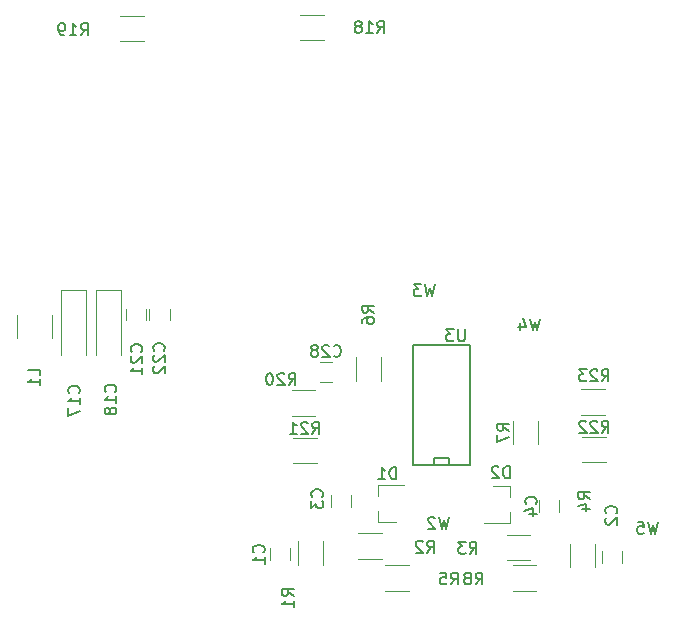
<source format=gbo>
G04 #@! TF.FileFunction,Legend,Bot*
%FSLAX46Y46*%
G04 Gerber Fmt 4.6, Leading zero omitted, Abs format (unit mm)*
G04 Created by KiCad (PCBNEW 4.0.5) date 05/02/17 17:06:41*
%MOMM*%
%LPD*%
G01*
G04 APERTURE LIST*
%ADD10C,0.100000*%
%ADD11C,0.120000*%
%ADD12C,0.150000*%
G04 APERTURE END LIST*
D10*
D11*
X71650000Y-92500000D02*
X71650000Y-91500000D01*
X73350000Y-91500000D02*
X73350000Y-92500000D01*
X99750000Y-92700000D02*
X99750000Y-91700000D01*
X101450000Y-91700000D02*
X101450000Y-92700000D01*
X53950000Y-69600000D02*
X53950000Y-75100000D01*
X56050000Y-69600000D02*
X56050000Y-75100000D01*
X53950000Y-69600000D02*
X56050000Y-69600000D01*
X56950000Y-69600000D02*
X56950000Y-75100000D01*
X59050000Y-69600000D02*
X59050000Y-75100000D01*
X56950000Y-69600000D02*
X59050000Y-69600000D01*
X59450000Y-72200000D02*
X59450000Y-71200000D01*
X61150000Y-71200000D02*
X61150000Y-72200000D01*
X63150000Y-71200000D02*
X63150000Y-72200000D01*
X61450000Y-72200000D02*
X61450000Y-71200000D01*
X75900000Y-75750000D02*
X76900000Y-75750000D01*
X76900000Y-77450000D02*
X75900000Y-77450000D01*
X80840000Y-89280000D02*
X80840000Y-88350000D01*
X80840000Y-86120000D02*
X80840000Y-87050000D01*
X80840000Y-86120000D02*
X83000000Y-86120000D01*
X80840000Y-89280000D02*
X82300000Y-89280000D01*
X91960000Y-86220000D02*
X91960000Y-87150000D01*
X91960000Y-89380000D02*
X91960000Y-88450000D01*
X91960000Y-89380000D02*
X89800000Y-89380000D01*
X91960000Y-86220000D02*
X90500000Y-86220000D01*
X74030000Y-90900000D02*
X74030000Y-92900000D01*
X76170000Y-92900000D02*
X76170000Y-90900000D01*
X79100000Y-92370000D02*
X81100000Y-92370000D01*
X81100000Y-90230000D02*
X79100000Y-90230000D01*
X93700000Y-90330000D02*
X91700000Y-90330000D01*
X91700000Y-92470000D02*
X93700000Y-92470000D01*
X97030000Y-91100000D02*
X97030000Y-93100000D01*
X99170000Y-93100000D02*
X99170000Y-91100000D01*
X83400000Y-92930000D02*
X81400000Y-92930000D01*
X81400000Y-95070000D02*
X83400000Y-95070000D01*
X81070000Y-77300000D02*
X81070000Y-75300000D01*
X78930000Y-75300000D02*
X78930000Y-77300000D01*
X94370000Y-82700000D02*
X94370000Y-80700000D01*
X92230000Y-80700000D02*
X92230000Y-82700000D01*
X76200000Y-46330000D02*
X74200000Y-46330000D01*
X74200000Y-48470000D02*
X76200000Y-48470000D01*
X59000000Y-48570000D02*
X61000000Y-48570000D01*
X61000000Y-46430000D02*
X59000000Y-46430000D01*
D12*
X88586000Y-74320000D02*
X83760000Y-74320000D01*
X83760000Y-74320000D02*
X83760000Y-84480000D01*
X83760000Y-84480000D02*
X88586000Y-84480000D01*
X88586000Y-84480000D02*
X88586000Y-74320000D01*
X86808000Y-84480000D02*
X86808000Y-83845000D01*
X86808000Y-83845000D02*
X85538000Y-83845000D01*
X85538000Y-83845000D02*
X85538000Y-84480000D01*
D11*
X92200000Y-95070000D02*
X94200000Y-95070000D01*
X94200000Y-92930000D02*
X92200000Y-92930000D01*
X78550000Y-87000000D02*
X78550000Y-88000000D01*
X76850000Y-88000000D02*
X76850000Y-87000000D01*
X94450000Y-88400000D02*
X94450000Y-87400000D01*
X96150000Y-87400000D02*
X96150000Y-88400000D01*
X75500000Y-78130000D02*
X73500000Y-78130000D01*
X73500000Y-80270000D02*
X75500000Y-80270000D01*
X73600000Y-84270000D02*
X75600000Y-84270000D01*
X75600000Y-82130000D02*
X73600000Y-82130000D01*
X98100000Y-84170000D02*
X100100000Y-84170000D01*
X100100000Y-82030000D02*
X98100000Y-82030000D01*
X100000000Y-78030000D02*
X98000000Y-78030000D01*
X98000000Y-80170000D02*
X100000000Y-80170000D01*
X50220000Y-73700000D02*
X50220000Y-71700000D01*
X53180000Y-71700000D02*
X53180000Y-73700000D01*
D12*
X71107143Y-91833334D02*
X71154762Y-91785715D01*
X71202381Y-91642858D01*
X71202381Y-91547620D01*
X71154762Y-91404762D01*
X71059524Y-91309524D01*
X70964286Y-91261905D01*
X70773810Y-91214286D01*
X70630952Y-91214286D01*
X70440476Y-91261905D01*
X70345238Y-91309524D01*
X70250000Y-91404762D01*
X70202381Y-91547620D01*
X70202381Y-91642858D01*
X70250000Y-91785715D01*
X70297619Y-91833334D01*
X71202381Y-92785715D02*
X71202381Y-92214286D01*
X71202381Y-92500000D02*
X70202381Y-92500000D01*
X70345238Y-92404762D01*
X70440476Y-92309524D01*
X70488095Y-92214286D01*
X100957143Y-88533334D02*
X101004762Y-88485715D01*
X101052381Y-88342858D01*
X101052381Y-88247620D01*
X101004762Y-88104762D01*
X100909524Y-88009524D01*
X100814286Y-87961905D01*
X100623810Y-87914286D01*
X100480952Y-87914286D01*
X100290476Y-87961905D01*
X100195238Y-88009524D01*
X100100000Y-88104762D01*
X100052381Y-88247620D01*
X100052381Y-88342858D01*
X100100000Y-88485715D01*
X100147619Y-88533334D01*
X100147619Y-88914286D02*
X100100000Y-88961905D01*
X100052381Y-89057143D01*
X100052381Y-89295239D01*
X100100000Y-89390477D01*
X100147619Y-89438096D01*
X100242857Y-89485715D01*
X100338095Y-89485715D01*
X100480952Y-89438096D01*
X101052381Y-88866667D01*
X101052381Y-89485715D01*
X55457143Y-78357143D02*
X55504762Y-78309524D01*
X55552381Y-78166667D01*
X55552381Y-78071429D01*
X55504762Y-77928571D01*
X55409524Y-77833333D01*
X55314286Y-77785714D01*
X55123810Y-77738095D01*
X54980952Y-77738095D01*
X54790476Y-77785714D01*
X54695238Y-77833333D01*
X54600000Y-77928571D01*
X54552381Y-78071429D01*
X54552381Y-78166667D01*
X54600000Y-78309524D01*
X54647619Y-78357143D01*
X55552381Y-79309524D02*
X55552381Y-78738095D01*
X55552381Y-79023809D02*
X54552381Y-79023809D01*
X54695238Y-78928571D01*
X54790476Y-78833333D01*
X54838095Y-78738095D01*
X54552381Y-79642857D02*
X54552381Y-80309524D01*
X55552381Y-79880952D01*
X58557143Y-78257143D02*
X58604762Y-78209524D01*
X58652381Y-78066667D01*
X58652381Y-77971429D01*
X58604762Y-77828571D01*
X58509524Y-77733333D01*
X58414286Y-77685714D01*
X58223810Y-77638095D01*
X58080952Y-77638095D01*
X57890476Y-77685714D01*
X57795238Y-77733333D01*
X57700000Y-77828571D01*
X57652381Y-77971429D01*
X57652381Y-78066667D01*
X57700000Y-78209524D01*
X57747619Y-78257143D01*
X58652381Y-79209524D02*
X58652381Y-78638095D01*
X58652381Y-78923809D02*
X57652381Y-78923809D01*
X57795238Y-78828571D01*
X57890476Y-78733333D01*
X57938095Y-78638095D01*
X58080952Y-79780952D02*
X58033333Y-79685714D01*
X57985714Y-79638095D01*
X57890476Y-79590476D01*
X57842857Y-79590476D01*
X57747619Y-79638095D01*
X57700000Y-79685714D01*
X57652381Y-79780952D01*
X57652381Y-79971429D01*
X57700000Y-80066667D01*
X57747619Y-80114286D01*
X57842857Y-80161905D01*
X57890476Y-80161905D01*
X57985714Y-80114286D01*
X58033333Y-80066667D01*
X58080952Y-79971429D01*
X58080952Y-79780952D01*
X58128571Y-79685714D01*
X58176190Y-79638095D01*
X58271429Y-79590476D01*
X58461905Y-79590476D01*
X58557143Y-79638095D01*
X58604762Y-79685714D01*
X58652381Y-79780952D01*
X58652381Y-79971429D01*
X58604762Y-80066667D01*
X58557143Y-80114286D01*
X58461905Y-80161905D01*
X58271429Y-80161905D01*
X58176190Y-80114286D01*
X58128571Y-80066667D01*
X58080952Y-79971429D01*
X60757143Y-74857143D02*
X60804762Y-74809524D01*
X60852381Y-74666667D01*
X60852381Y-74571429D01*
X60804762Y-74428571D01*
X60709524Y-74333333D01*
X60614286Y-74285714D01*
X60423810Y-74238095D01*
X60280952Y-74238095D01*
X60090476Y-74285714D01*
X59995238Y-74333333D01*
X59900000Y-74428571D01*
X59852381Y-74571429D01*
X59852381Y-74666667D01*
X59900000Y-74809524D01*
X59947619Y-74857143D01*
X59947619Y-75238095D02*
X59900000Y-75285714D01*
X59852381Y-75380952D01*
X59852381Y-75619048D01*
X59900000Y-75714286D01*
X59947619Y-75761905D01*
X60042857Y-75809524D01*
X60138095Y-75809524D01*
X60280952Y-75761905D01*
X60852381Y-75190476D01*
X60852381Y-75809524D01*
X60852381Y-76761905D02*
X60852381Y-76190476D01*
X60852381Y-76476190D02*
X59852381Y-76476190D01*
X59995238Y-76380952D01*
X60090476Y-76285714D01*
X60138095Y-76190476D01*
X62657143Y-74757143D02*
X62704762Y-74709524D01*
X62752381Y-74566667D01*
X62752381Y-74471429D01*
X62704762Y-74328571D01*
X62609524Y-74233333D01*
X62514286Y-74185714D01*
X62323810Y-74138095D01*
X62180952Y-74138095D01*
X61990476Y-74185714D01*
X61895238Y-74233333D01*
X61800000Y-74328571D01*
X61752381Y-74471429D01*
X61752381Y-74566667D01*
X61800000Y-74709524D01*
X61847619Y-74757143D01*
X61847619Y-75138095D02*
X61800000Y-75185714D01*
X61752381Y-75280952D01*
X61752381Y-75519048D01*
X61800000Y-75614286D01*
X61847619Y-75661905D01*
X61942857Y-75709524D01*
X62038095Y-75709524D01*
X62180952Y-75661905D01*
X62752381Y-75090476D01*
X62752381Y-75709524D01*
X61847619Y-76090476D02*
X61800000Y-76138095D01*
X61752381Y-76233333D01*
X61752381Y-76471429D01*
X61800000Y-76566667D01*
X61847619Y-76614286D01*
X61942857Y-76661905D01*
X62038095Y-76661905D01*
X62180952Y-76614286D01*
X62752381Y-76042857D01*
X62752381Y-76661905D01*
X77042857Y-75207143D02*
X77090476Y-75254762D01*
X77233333Y-75302381D01*
X77328571Y-75302381D01*
X77471429Y-75254762D01*
X77566667Y-75159524D01*
X77614286Y-75064286D01*
X77661905Y-74873810D01*
X77661905Y-74730952D01*
X77614286Y-74540476D01*
X77566667Y-74445238D01*
X77471429Y-74350000D01*
X77328571Y-74302381D01*
X77233333Y-74302381D01*
X77090476Y-74350000D01*
X77042857Y-74397619D01*
X76661905Y-74397619D02*
X76614286Y-74350000D01*
X76519048Y-74302381D01*
X76280952Y-74302381D01*
X76185714Y-74350000D01*
X76138095Y-74397619D01*
X76090476Y-74492857D01*
X76090476Y-74588095D01*
X76138095Y-74730952D01*
X76709524Y-75302381D01*
X76090476Y-75302381D01*
X75519048Y-74730952D02*
X75614286Y-74683333D01*
X75661905Y-74635714D01*
X75709524Y-74540476D01*
X75709524Y-74492857D01*
X75661905Y-74397619D01*
X75614286Y-74350000D01*
X75519048Y-74302381D01*
X75328571Y-74302381D01*
X75233333Y-74350000D01*
X75185714Y-74397619D01*
X75138095Y-74492857D01*
X75138095Y-74540476D01*
X75185714Y-74635714D01*
X75233333Y-74683333D01*
X75328571Y-74730952D01*
X75519048Y-74730952D01*
X75614286Y-74778571D01*
X75661905Y-74826190D01*
X75709524Y-74921429D01*
X75709524Y-75111905D01*
X75661905Y-75207143D01*
X75614286Y-75254762D01*
X75519048Y-75302381D01*
X75328571Y-75302381D01*
X75233333Y-75254762D01*
X75185714Y-75207143D01*
X75138095Y-75111905D01*
X75138095Y-74921429D01*
X75185714Y-74826190D01*
X75233333Y-74778571D01*
X75328571Y-74730952D01*
X82338095Y-85652381D02*
X82338095Y-84652381D01*
X82100000Y-84652381D01*
X81957142Y-84700000D01*
X81861904Y-84795238D01*
X81814285Y-84890476D01*
X81766666Y-85080952D01*
X81766666Y-85223810D01*
X81814285Y-85414286D01*
X81861904Y-85509524D01*
X81957142Y-85604762D01*
X82100000Y-85652381D01*
X82338095Y-85652381D01*
X80814285Y-85652381D02*
X81385714Y-85652381D01*
X81100000Y-85652381D02*
X81100000Y-84652381D01*
X81195238Y-84795238D01*
X81290476Y-84890476D01*
X81385714Y-84938095D01*
X91938095Y-85552381D02*
X91938095Y-84552381D01*
X91700000Y-84552381D01*
X91557142Y-84600000D01*
X91461904Y-84695238D01*
X91414285Y-84790476D01*
X91366666Y-84980952D01*
X91366666Y-85123810D01*
X91414285Y-85314286D01*
X91461904Y-85409524D01*
X91557142Y-85504762D01*
X91700000Y-85552381D01*
X91938095Y-85552381D01*
X90985714Y-84647619D02*
X90938095Y-84600000D01*
X90842857Y-84552381D01*
X90604761Y-84552381D01*
X90509523Y-84600000D01*
X90461904Y-84647619D01*
X90414285Y-84742857D01*
X90414285Y-84838095D01*
X90461904Y-84980952D01*
X91033333Y-85552381D01*
X90414285Y-85552381D01*
X73652381Y-95533334D02*
X73176190Y-95200000D01*
X73652381Y-94961905D02*
X72652381Y-94961905D01*
X72652381Y-95342858D01*
X72700000Y-95438096D01*
X72747619Y-95485715D01*
X72842857Y-95533334D01*
X72985714Y-95533334D01*
X73080952Y-95485715D01*
X73128571Y-95438096D01*
X73176190Y-95342858D01*
X73176190Y-94961905D01*
X73652381Y-96485715D02*
X73652381Y-95914286D01*
X73652381Y-96200000D02*
X72652381Y-96200000D01*
X72795238Y-96104762D01*
X72890476Y-96009524D01*
X72938095Y-95914286D01*
X84966666Y-91852381D02*
X85300000Y-91376190D01*
X85538095Y-91852381D02*
X85538095Y-90852381D01*
X85157142Y-90852381D01*
X85061904Y-90900000D01*
X85014285Y-90947619D01*
X84966666Y-91042857D01*
X84966666Y-91185714D01*
X85014285Y-91280952D01*
X85061904Y-91328571D01*
X85157142Y-91376190D01*
X85538095Y-91376190D01*
X84585714Y-90947619D02*
X84538095Y-90900000D01*
X84442857Y-90852381D01*
X84204761Y-90852381D01*
X84109523Y-90900000D01*
X84061904Y-90947619D01*
X84014285Y-91042857D01*
X84014285Y-91138095D01*
X84061904Y-91280952D01*
X84633333Y-91852381D01*
X84014285Y-91852381D01*
X88566666Y-91952381D02*
X88900000Y-91476190D01*
X89138095Y-91952381D02*
X89138095Y-90952381D01*
X88757142Y-90952381D01*
X88661904Y-91000000D01*
X88614285Y-91047619D01*
X88566666Y-91142857D01*
X88566666Y-91285714D01*
X88614285Y-91380952D01*
X88661904Y-91428571D01*
X88757142Y-91476190D01*
X89138095Y-91476190D01*
X88233333Y-90952381D02*
X87614285Y-90952381D01*
X87947619Y-91333333D01*
X87804761Y-91333333D01*
X87709523Y-91380952D01*
X87661904Y-91428571D01*
X87614285Y-91523810D01*
X87614285Y-91761905D01*
X87661904Y-91857143D01*
X87709523Y-91904762D01*
X87804761Y-91952381D01*
X88090476Y-91952381D01*
X88185714Y-91904762D01*
X88233333Y-91857143D01*
X98752381Y-87333334D02*
X98276190Y-87000000D01*
X98752381Y-86761905D02*
X97752381Y-86761905D01*
X97752381Y-87142858D01*
X97800000Y-87238096D01*
X97847619Y-87285715D01*
X97942857Y-87333334D01*
X98085714Y-87333334D01*
X98180952Y-87285715D01*
X98228571Y-87238096D01*
X98276190Y-87142858D01*
X98276190Y-86761905D01*
X98085714Y-88190477D02*
X98752381Y-88190477D01*
X97704762Y-87952381D02*
X98419048Y-87714286D01*
X98419048Y-88333334D01*
X86966666Y-94552381D02*
X87300000Y-94076190D01*
X87538095Y-94552381D02*
X87538095Y-93552381D01*
X87157142Y-93552381D01*
X87061904Y-93600000D01*
X87014285Y-93647619D01*
X86966666Y-93742857D01*
X86966666Y-93885714D01*
X87014285Y-93980952D01*
X87061904Y-94028571D01*
X87157142Y-94076190D01*
X87538095Y-94076190D01*
X86061904Y-93552381D02*
X86538095Y-93552381D01*
X86585714Y-94028571D01*
X86538095Y-93980952D01*
X86442857Y-93933333D01*
X86204761Y-93933333D01*
X86109523Y-93980952D01*
X86061904Y-94028571D01*
X86014285Y-94123810D01*
X86014285Y-94361905D01*
X86061904Y-94457143D01*
X86109523Y-94504762D01*
X86204761Y-94552381D01*
X86442857Y-94552381D01*
X86538095Y-94504762D01*
X86585714Y-94457143D01*
X80452381Y-71533334D02*
X79976190Y-71200000D01*
X80452381Y-70961905D02*
X79452381Y-70961905D01*
X79452381Y-71342858D01*
X79500000Y-71438096D01*
X79547619Y-71485715D01*
X79642857Y-71533334D01*
X79785714Y-71533334D01*
X79880952Y-71485715D01*
X79928571Y-71438096D01*
X79976190Y-71342858D01*
X79976190Y-70961905D01*
X79452381Y-72390477D02*
X79452381Y-72200000D01*
X79500000Y-72104762D01*
X79547619Y-72057143D01*
X79690476Y-71961905D01*
X79880952Y-71914286D01*
X80261905Y-71914286D01*
X80357143Y-71961905D01*
X80404762Y-72009524D01*
X80452381Y-72104762D01*
X80452381Y-72295239D01*
X80404762Y-72390477D01*
X80357143Y-72438096D01*
X80261905Y-72485715D01*
X80023810Y-72485715D01*
X79928571Y-72438096D01*
X79880952Y-72390477D01*
X79833333Y-72295239D01*
X79833333Y-72104762D01*
X79880952Y-72009524D01*
X79928571Y-71961905D01*
X80023810Y-71914286D01*
X91902381Y-81533334D02*
X91426190Y-81200000D01*
X91902381Y-80961905D02*
X90902381Y-80961905D01*
X90902381Y-81342858D01*
X90950000Y-81438096D01*
X90997619Y-81485715D01*
X91092857Y-81533334D01*
X91235714Y-81533334D01*
X91330952Y-81485715D01*
X91378571Y-81438096D01*
X91426190Y-81342858D01*
X91426190Y-80961905D01*
X90902381Y-81866667D02*
X90902381Y-82533334D01*
X91902381Y-82104762D01*
X80742857Y-47852381D02*
X81076191Y-47376190D01*
X81314286Y-47852381D02*
X81314286Y-46852381D01*
X80933333Y-46852381D01*
X80838095Y-46900000D01*
X80790476Y-46947619D01*
X80742857Y-47042857D01*
X80742857Y-47185714D01*
X80790476Y-47280952D01*
X80838095Y-47328571D01*
X80933333Y-47376190D01*
X81314286Y-47376190D01*
X79790476Y-47852381D02*
X80361905Y-47852381D01*
X80076191Y-47852381D02*
X80076191Y-46852381D01*
X80171429Y-46995238D01*
X80266667Y-47090476D01*
X80361905Y-47138095D01*
X79219048Y-47280952D02*
X79314286Y-47233333D01*
X79361905Y-47185714D01*
X79409524Y-47090476D01*
X79409524Y-47042857D01*
X79361905Y-46947619D01*
X79314286Y-46900000D01*
X79219048Y-46852381D01*
X79028571Y-46852381D01*
X78933333Y-46900000D01*
X78885714Y-46947619D01*
X78838095Y-47042857D01*
X78838095Y-47090476D01*
X78885714Y-47185714D01*
X78933333Y-47233333D01*
X79028571Y-47280952D01*
X79219048Y-47280952D01*
X79314286Y-47328571D01*
X79361905Y-47376190D01*
X79409524Y-47471429D01*
X79409524Y-47661905D01*
X79361905Y-47757143D01*
X79314286Y-47804762D01*
X79219048Y-47852381D01*
X79028571Y-47852381D01*
X78933333Y-47804762D01*
X78885714Y-47757143D01*
X78838095Y-47661905D01*
X78838095Y-47471429D01*
X78885714Y-47376190D01*
X78933333Y-47328571D01*
X79028571Y-47280952D01*
X55642857Y-48052381D02*
X55976191Y-47576190D01*
X56214286Y-48052381D02*
X56214286Y-47052381D01*
X55833333Y-47052381D01*
X55738095Y-47100000D01*
X55690476Y-47147619D01*
X55642857Y-47242857D01*
X55642857Y-47385714D01*
X55690476Y-47480952D01*
X55738095Y-47528571D01*
X55833333Y-47576190D01*
X56214286Y-47576190D01*
X54690476Y-48052381D02*
X55261905Y-48052381D01*
X54976191Y-48052381D02*
X54976191Y-47052381D01*
X55071429Y-47195238D01*
X55166667Y-47290476D01*
X55261905Y-47338095D01*
X54214286Y-48052381D02*
X54023810Y-48052381D01*
X53928571Y-48004762D01*
X53880952Y-47957143D01*
X53785714Y-47814286D01*
X53738095Y-47623810D01*
X53738095Y-47242857D01*
X53785714Y-47147619D01*
X53833333Y-47100000D01*
X53928571Y-47052381D01*
X54119048Y-47052381D01*
X54214286Y-47100000D01*
X54261905Y-47147619D01*
X54309524Y-47242857D01*
X54309524Y-47480952D01*
X54261905Y-47576190D01*
X54214286Y-47623810D01*
X54119048Y-47671429D01*
X53928571Y-47671429D01*
X53833333Y-47623810D01*
X53785714Y-47576190D01*
X53738095Y-47480952D01*
X88161905Y-72952381D02*
X88161905Y-73761905D01*
X88114286Y-73857143D01*
X88066667Y-73904762D01*
X87971429Y-73952381D01*
X87780952Y-73952381D01*
X87685714Y-73904762D01*
X87638095Y-73857143D01*
X87590476Y-73761905D01*
X87590476Y-72952381D01*
X87209524Y-72952381D02*
X86590476Y-72952381D01*
X86923810Y-73333333D01*
X86780952Y-73333333D01*
X86685714Y-73380952D01*
X86638095Y-73428571D01*
X86590476Y-73523810D01*
X86590476Y-73761905D01*
X86638095Y-73857143D01*
X86685714Y-73904762D01*
X86780952Y-73952381D01*
X87066667Y-73952381D01*
X87161905Y-73904762D01*
X87209524Y-73857143D01*
X89066666Y-94552381D02*
X89400000Y-94076190D01*
X89638095Y-94552381D02*
X89638095Y-93552381D01*
X89257142Y-93552381D01*
X89161904Y-93600000D01*
X89114285Y-93647619D01*
X89066666Y-93742857D01*
X89066666Y-93885714D01*
X89114285Y-93980952D01*
X89161904Y-94028571D01*
X89257142Y-94076190D01*
X89638095Y-94076190D01*
X88495238Y-93980952D02*
X88590476Y-93933333D01*
X88638095Y-93885714D01*
X88685714Y-93790476D01*
X88685714Y-93742857D01*
X88638095Y-93647619D01*
X88590476Y-93600000D01*
X88495238Y-93552381D01*
X88304761Y-93552381D01*
X88209523Y-93600000D01*
X88161904Y-93647619D01*
X88114285Y-93742857D01*
X88114285Y-93790476D01*
X88161904Y-93885714D01*
X88209523Y-93933333D01*
X88304761Y-93980952D01*
X88495238Y-93980952D01*
X88590476Y-94028571D01*
X88638095Y-94076190D01*
X88685714Y-94171429D01*
X88685714Y-94361905D01*
X88638095Y-94457143D01*
X88590476Y-94504762D01*
X88495238Y-94552381D01*
X88304761Y-94552381D01*
X88209523Y-94504762D01*
X88161904Y-94457143D01*
X88114285Y-94361905D01*
X88114285Y-94171429D01*
X88161904Y-94076190D01*
X88209523Y-94028571D01*
X88304761Y-93980952D01*
X76057143Y-87133334D02*
X76104762Y-87085715D01*
X76152381Y-86942858D01*
X76152381Y-86847620D01*
X76104762Y-86704762D01*
X76009524Y-86609524D01*
X75914286Y-86561905D01*
X75723810Y-86514286D01*
X75580952Y-86514286D01*
X75390476Y-86561905D01*
X75295238Y-86609524D01*
X75200000Y-86704762D01*
X75152381Y-86847620D01*
X75152381Y-86942858D01*
X75200000Y-87085715D01*
X75247619Y-87133334D01*
X75152381Y-87466667D02*
X75152381Y-88085715D01*
X75533333Y-87752381D01*
X75533333Y-87895239D01*
X75580952Y-87990477D01*
X75628571Y-88038096D01*
X75723810Y-88085715D01*
X75961905Y-88085715D01*
X76057143Y-88038096D01*
X76104762Y-87990477D01*
X76152381Y-87895239D01*
X76152381Y-87609524D01*
X76104762Y-87514286D01*
X76057143Y-87466667D01*
X94157143Y-87733334D02*
X94204762Y-87685715D01*
X94252381Y-87542858D01*
X94252381Y-87447620D01*
X94204762Y-87304762D01*
X94109524Y-87209524D01*
X94014286Y-87161905D01*
X93823810Y-87114286D01*
X93680952Y-87114286D01*
X93490476Y-87161905D01*
X93395238Y-87209524D01*
X93300000Y-87304762D01*
X93252381Y-87447620D01*
X93252381Y-87542858D01*
X93300000Y-87685715D01*
X93347619Y-87733334D01*
X93585714Y-88590477D02*
X94252381Y-88590477D01*
X93204762Y-88352381D02*
X93919048Y-88114286D01*
X93919048Y-88733334D01*
X73242857Y-77652381D02*
X73576191Y-77176190D01*
X73814286Y-77652381D02*
X73814286Y-76652381D01*
X73433333Y-76652381D01*
X73338095Y-76700000D01*
X73290476Y-76747619D01*
X73242857Y-76842857D01*
X73242857Y-76985714D01*
X73290476Y-77080952D01*
X73338095Y-77128571D01*
X73433333Y-77176190D01*
X73814286Y-77176190D01*
X72861905Y-76747619D02*
X72814286Y-76700000D01*
X72719048Y-76652381D01*
X72480952Y-76652381D01*
X72385714Y-76700000D01*
X72338095Y-76747619D01*
X72290476Y-76842857D01*
X72290476Y-76938095D01*
X72338095Y-77080952D01*
X72909524Y-77652381D01*
X72290476Y-77652381D01*
X71671429Y-76652381D02*
X71576190Y-76652381D01*
X71480952Y-76700000D01*
X71433333Y-76747619D01*
X71385714Y-76842857D01*
X71338095Y-77033333D01*
X71338095Y-77271429D01*
X71385714Y-77461905D01*
X71433333Y-77557143D01*
X71480952Y-77604762D01*
X71576190Y-77652381D01*
X71671429Y-77652381D01*
X71766667Y-77604762D01*
X71814286Y-77557143D01*
X71861905Y-77461905D01*
X71909524Y-77271429D01*
X71909524Y-77033333D01*
X71861905Y-76842857D01*
X71814286Y-76747619D01*
X71766667Y-76700000D01*
X71671429Y-76652381D01*
X75242857Y-81802381D02*
X75576191Y-81326190D01*
X75814286Y-81802381D02*
X75814286Y-80802381D01*
X75433333Y-80802381D01*
X75338095Y-80850000D01*
X75290476Y-80897619D01*
X75242857Y-80992857D01*
X75242857Y-81135714D01*
X75290476Y-81230952D01*
X75338095Y-81278571D01*
X75433333Y-81326190D01*
X75814286Y-81326190D01*
X74861905Y-80897619D02*
X74814286Y-80850000D01*
X74719048Y-80802381D01*
X74480952Y-80802381D01*
X74385714Y-80850000D01*
X74338095Y-80897619D01*
X74290476Y-80992857D01*
X74290476Y-81088095D01*
X74338095Y-81230952D01*
X74909524Y-81802381D01*
X74290476Y-81802381D01*
X73338095Y-81802381D02*
X73909524Y-81802381D01*
X73623810Y-81802381D02*
X73623810Y-80802381D01*
X73719048Y-80945238D01*
X73814286Y-81040476D01*
X73909524Y-81088095D01*
X99742857Y-81702381D02*
X100076191Y-81226190D01*
X100314286Y-81702381D02*
X100314286Y-80702381D01*
X99933333Y-80702381D01*
X99838095Y-80750000D01*
X99790476Y-80797619D01*
X99742857Y-80892857D01*
X99742857Y-81035714D01*
X99790476Y-81130952D01*
X99838095Y-81178571D01*
X99933333Y-81226190D01*
X100314286Y-81226190D01*
X99361905Y-80797619D02*
X99314286Y-80750000D01*
X99219048Y-80702381D01*
X98980952Y-80702381D01*
X98885714Y-80750000D01*
X98838095Y-80797619D01*
X98790476Y-80892857D01*
X98790476Y-80988095D01*
X98838095Y-81130952D01*
X99409524Y-81702381D01*
X98790476Y-81702381D01*
X98409524Y-80797619D02*
X98361905Y-80750000D01*
X98266667Y-80702381D01*
X98028571Y-80702381D01*
X97933333Y-80750000D01*
X97885714Y-80797619D01*
X97838095Y-80892857D01*
X97838095Y-80988095D01*
X97885714Y-81130952D01*
X98457143Y-81702381D01*
X97838095Y-81702381D01*
X99742857Y-77352381D02*
X100076191Y-76876190D01*
X100314286Y-77352381D02*
X100314286Y-76352381D01*
X99933333Y-76352381D01*
X99838095Y-76400000D01*
X99790476Y-76447619D01*
X99742857Y-76542857D01*
X99742857Y-76685714D01*
X99790476Y-76780952D01*
X99838095Y-76828571D01*
X99933333Y-76876190D01*
X100314286Y-76876190D01*
X99361905Y-76447619D02*
X99314286Y-76400000D01*
X99219048Y-76352381D01*
X98980952Y-76352381D01*
X98885714Y-76400000D01*
X98838095Y-76447619D01*
X98790476Y-76542857D01*
X98790476Y-76638095D01*
X98838095Y-76780952D01*
X99409524Y-77352381D01*
X98790476Y-77352381D01*
X98457143Y-76352381D02*
X97838095Y-76352381D01*
X98171429Y-76733333D01*
X98028571Y-76733333D01*
X97933333Y-76780952D01*
X97885714Y-76828571D01*
X97838095Y-76923810D01*
X97838095Y-77161905D01*
X97885714Y-77257143D01*
X97933333Y-77304762D01*
X98028571Y-77352381D01*
X98314286Y-77352381D01*
X98409524Y-77304762D01*
X98457143Y-77257143D01*
X86804762Y-88852381D02*
X86566667Y-89852381D01*
X86376190Y-89138095D01*
X86185714Y-89852381D01*
X85947619Y-88852381D01*
X85614286Y-88947619D02*
X85566667Y-88900000D01*
X85471429Y-88852381D01*
X85233333Y-88852381D01*
X85138095Y-88900000D01*
X85090476Y-88947619D01*
X85042857Y-89042857D01*
X85042857Y-89138095D01*
X85090476Y-89280952D01*
X85661905Y-89852381D01*
X85042857Y-89852381D01*
X85604762Y-69152381D02*
X85366667Y-70152381D01*
X85176190Y-69438095D01*
X84985714Y-70152381D01*
X84747619Y-69152381D01*
X84461905Y-69152381D02*
X83842857Y-69152381D01*
X84176191Y-69533333D01*
X84033333Y-69533333D01*
X83938095Y-69580952D01*
X83890476Y-69628571D01*
X83842857Y-69723810D01*
X83842857Y-69961905D01*
X83890476Y-70057143D01*
X83938095Y-70104762D01*
X84033333Y-70152381D01*
X84319048Y-70152381D01*
X84414286Y-70104762D01*
X84461905Y-70057143D01*
X94504762Y-72052381D02*
X94266667Y-73052381D01*
X94076190Y-72338095D01*
X93885714Y-73052381D01*
X93647619Y-72052381D01*
X92838095Y-72385714D02*
X92838095Y-73052381D01*
X93076191Y-72004762D02*
X93314286Y-72719048D01*
X92695238Y-72719048D01*
X104504762Y-89252381D02*
X104266667Y-90252381D01*
X104076190Y-89538095D01*
X103885714Y-90252381D01*
X103647619Y-89252381D01*
X102790476Y-89252381D02*
X103266667Y-89252381D01*
X103314286Y-89728571D01*
X103266667Y-89680952D01*
X103171429Y-89633333D01*
X102933333Y-89633333D01*
X102838095Y-89680952D01*
X102790476Y-89728571D01*
X102742857Y-89823810D01*
X102742857Y-90061905D01*
X102790476Y-90157143D01*
X102838095Y-90204762D01*
X102933333Y-90252381D01*
X103171429Y-90252381D01*
X103266667Y-90204762D01*
X103314286Y-90157143D01*
X52152381Y-76833334D02*
X52152381Y-76357143D01*
X51152381Y-76357143D01*
X52152381Y-77690477D02*
X52152381Y-77119048D01*
X52152381Y-77404762D02*
X51152381Y-77404762D01*
X51295238Y-77309524D01*
X51390476Y-77214286D01*
X51438095Y-77119048D01*
M02*

</source>
